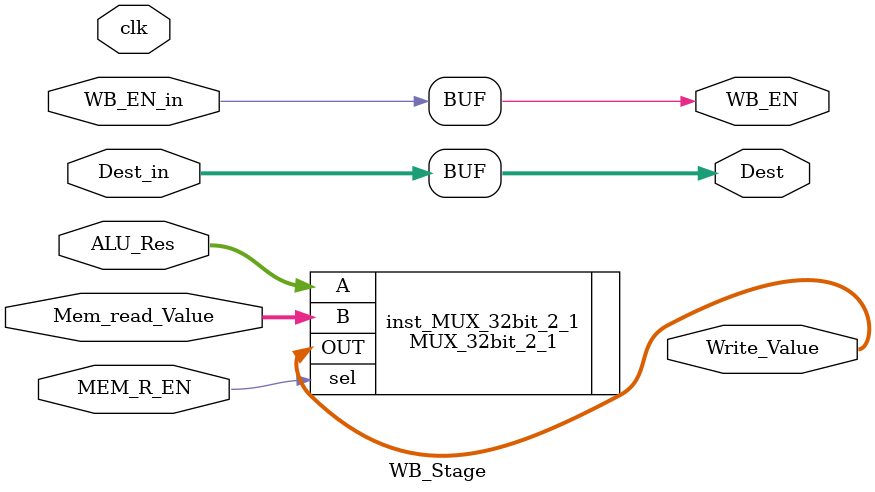
<source format=v>
module WB_Stage (
	input clk,    // Clock
	input WB_EN_in,
	input MEM_R_EN,

	input [31:0]ALU_Res,
	input [31:0]Mem_read_Value,
	input [4:0]Dest_in,

	output WB_EN,
	output [31:0]Write_Value,
	output [4:0]Dest

);
	assign Dest = Dest_in;
	assign WB_EN = WB_EN_in;
	MUX_32bit_2_1 inst_MUX_32bit_2_1 (.A(ALU_Res), .B(Mem_read_Value), .sel(MEM_R_EN), .OUT(Write_Value));

endmodule
</source>
